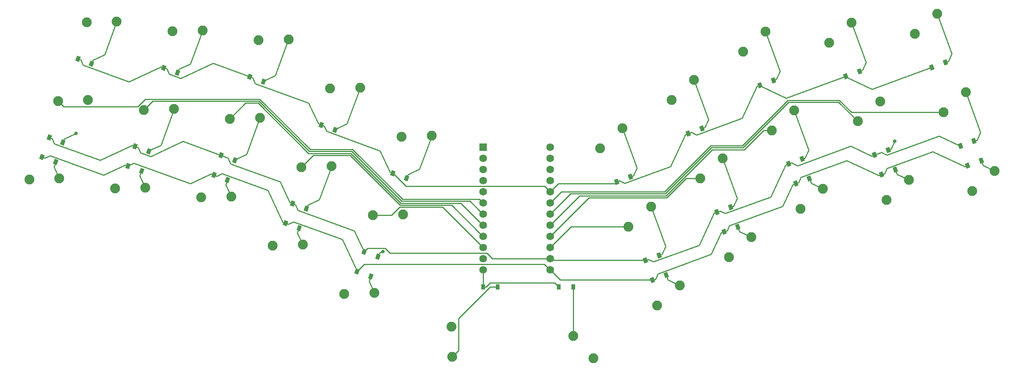
<source format=gbr>
G04 #@! TF.GenerationSoftware,KiCad,Pcbnew,(5.1.4)-1*
G04 #@! TF.CreationDate,2021-01-09T12:31:01-07:00*
G04 #@! TF.ProjectId,CS30 Ergo 3,43533330-2045-4726-976f-20332e6b6963,rev?*
G04 #@! TF.SameCoordinates,Original*
G04 #@! TF.FileFunction,Copper,L2,Bot*
G04 #@! TF.FilePolarity,Positive*
%FSLAX46Y46*%
G04 Gerber Fmt 4.6, Leading zero omitted, Abs format (unit mm)*
G04 Created by KiCad (PCBNEW (5.1.4)-1) date 2021-01-09 12:31:01*
%MOMM*%
%LPD*%
G04 APERTURE LIST*
%ADD10R,0.900000X1.200000*%
%ADD11C,0.900000*%
%ADD12C,0.150000*%
%ADD13C,2.250000*%
%ADD14R,1.752600X1.752600*%
%ADD15C,1.752600*%
%ADD16C,0.800000*%
%ADD17C,0.250000*%
G04 APERTURE END LIST*
D10*
X152460000Y-103590000D03*
X155760000Y-103590000D03*
X138550000Y-103584810D03*
X135250000Y-103584810D03*
D11*
X245388273Y-75938624D03*
D12*
G36*
X245170623Y-76656349D02*
G01*
X244760199Y-75528717D01*
X245605923Y-75220899D01*
X246016347Y-76348531D01*
X245170623Y-76656349D01*
X245170623Y-76656349D01*
G37*
D11*
X248489259Y-74809958D03*
D12*
G36*
X248271609Y-75527683D02*
G01*
X247861185Y-74400051D01*
X248706909Y-74092233D01*
X249117333Y-75219865D01*
X248271609Y-75527683D01*
X248271609Y-75527683D01*
G37*
D11*
X225858175Y-77978830D03*
D12*
G36*
X225640525Y-78696555D02*
G01*
X225230101Y-77568923D01*
X226075825Y-77261105D01*
X226486249Y-78388737D01*
X225640525Y-78696555D01*
X225640525Y-78696555D01*
G37*
D11*
X228959161Y-76850164D03*
D12*
G36*
X228741511Y-77567889D02*
G01*
X228331087Y-76440257D01*
X229176811Y-76132439D01*
X229587235Y-77260071D01*
X228741511Y-77567889D01*
X228741511Y-77567889D01*
G37*
D11*
X206328078Y-80019036D03*
D12*
G36*
X206110428Y-80736761D02*
G01*
X205700004Y-79609129D01*
X206545728Y-79301311D01*
X206956152Y-80428943D01*
X206110428Y-80736761D01*
X206110428Y-80736761D01*
G37*
D11*
X209429064Y-78890370D03*
D12*
G36*
X209211414Y-79608095D02*
G01*
X208800990Y-78480463D01*
X209646714Y-78172645D01*
X210057138Y-79300277D01*
X209211414Y-79608095D01*
X209211414Y-79608095D01*
G37*
D11*
X190055736Y-91009852D03*
D12*
G36*
X189838086Y-91727577D02*
G01*
X189427662Y-90599945D01*
X190273386Y-90292127D01*
X190683810Y-91419759D01*
X189838086Y-91727577D01*
X189838086Y-91727577D01*
G37*
D11*
X193156722Y-89881186D03*
D12*
G36*
X192939072Y-90598911D02*
G01*
X192528648Y-89471279D01*
X193374372Y-89163461D01*
X193784796Y-90291093D01*
X192939072Y-90598911D01*
X192939072Y-90598911D01*
G37*
D11*
X173783394Y-102000668D03*
D12*
G36*
X173565744Y-102718393D02*
G01*
X173155320Y-101590761D01*
X174001044Y-101282943D01*
X174411468Y-102410575D01*
X173565744Y-102718393D01*
X173565744Y-102718393D01*
G37*
D11*
X176884380Y-100872002D03*
D12*
G36*
X176666730Y-101589727D02*
G01*
X176256306Y-100462095D01*
X177102030Y-100154277D01*
X177512454Y-101281909D01*
X176666730Y-101589727D01*
X176666730Y-101589727D01*
G37*
D11*
X109730154Y-101186230D03*
D12*
G36*
X109102080Y-101596137D02*
G01*
X109512504Y-100468505D01*
X110358228Y-100776323D01*
X109947804Y-101903955D01*
X109102080Y-101596137D01*
X109102080Y-101596137D01*
G37*
D11*
X106629168Y-100057564D03*
D12*
G36*
X106001094Y-100467471D02*
G01*
X106411518Y-99339839D01*
X107257242Y-99647657D01*
X106846818Y-100775289D01*
X106001094Y-100467471D01*
X106001094Y-100467471D01*
G37*
D11*
X93457811Y-90195413D03*
D12*
G36*
X92829737Y-90605320D02*
G01*
X93240161Y-89477688D01*
X94085885Y-89785506D01*
X93675461Y-90913138D01*
X92829737Y-90605320D01*
X92829737Y-90605320D01*
G37*
D11*
X90356825Y-89066747D03*
D12*
G36*
X89728751Y-89476654D02*
G01*
X90139175Y-88349022D01*
X90984899Y-88656840D01*
X90574475Y-89784472D01*
X89728751Y-89476654D01*
X89728751Y-89476654D01*
G37*
D11*
X77185469Y-79204597D03*
D12*
G36*
X76557395Y-79614504D02*
G01*
X76967819Y-78486872D01*
X77813543Y-78794690D01*
X77403119Y-79922322D01*
X76557395Y-79614504D01*
X76557395Y-79614504D01*
G37*
D11*
X74084483Y-78075931D03*
D12*
G36*
X73456409Y-78485838D02*
G01*
X73866833Y-77358206D01*
X74712557Y-77666024D01*
X74302133Y-78793656D01*
X73456409Y-78485838D01*
X73456409Y-78485838D01*
G37*
D11*
X57655372Y-77164391D03*
D12*
G36*
X57027298Y-77574298D02*
G01*
X57437722Y-76446666D01*
X58283446Y-76754484D01*
X57873022Y-77882116D01*
X57027298Y-77574298D01*
X57027298Y-77574298D01*
G37*
D11*
X54554386Y-76035725D03*
D12*
G36*
X53926312Y-76445632D02*
G01*
X54336736Y-75318000D01*
X55182460Y-75625818D01*
X54772036Y-76753450D01*
X53926312Y-76445632D01*
X53926312Y-76445632D01*
G37*
D11*
X38125275Y-75124185D03*
D12*
G36*
X37497201Y-75534092D02*
G01*
X37907625Y-74406460D01*
X38753349Y-74714278D01*
X38342925Y-75841910D01*
X37497201Y-75534092D01*
X37497201Y-75534092D01*
G37*
D11*
X35024289Y-73995519D03*
D12*
G36*
X34396215Y-74405426D02*
G01*
X34806639Y-73277794D01*
X35652363Y-73585612D01*
X35241939Y-74713244D01*
X34396215Y-74405426D01*
X34396215Y-74405426D01*
G37*
D11*
X243759395Y-71463318D03*
D12*
G36*
X243541745Y-72181043D02*
G01*
X243131321Y-71053411D01*
X243977045Y-70745593D01*
X244387469Y-71873225D01*
X243541745Y-72181043D01*
X243541745Y-72181043D01*
G37*
D11*
X246860381Y-70334652D03*
D12*
G36*
X246642731Y-71052377D02*
G01*
X246232307Y-69924745D01*
X247078031Y-69616927D01*
X247488455Y-70744559D01*
X246642731Y-71052377D01*
X246642731Y-71052377D01*
G37*
D11*
X224229298Y-73503525D03*
D12*
G36*
X224011648Y-74221250D02*
G01*
X223601224Y-73093618D01*
X224446948Y-72785800D01*
X224857372Y-73913432D01*
X224011648Y-74221250D01*
X224011648Y-74221250D01*
G37*
D11*
X227330284Y-72374859D03*
D12*
G36*
X227112634Y-73092584D02*
G01*
X226702210Y-71964952D01*
X227547934Y-71657134D01*
X227958358Y-72784766D01*
X227112634Y-73092584D01*
X227112634Y-73092584D01*
G37*
D11*
X204699200Y-75543731D03*
D12*
G36*
X204481550Y-76261456D02*
G01*
X204071126Y-75133824D01*
X204916850Y-74826006D01*
X205327274Y-75953638D01*
X204481550Y-76261456D01*
X204481550Y-76261456D01*
G37*
D11*
X207800186Y-74415065D03*
D12*
G36*
X207582536Y-75132790D02*
G01*
X207172112Y-74005158D01*
X208017836Y-73697340D01*
X208428260Y-74824972D01*
X207582536Y-75132790D01*
X207582536Y-75132790D01*
G37*
D11*
X188426859Y-86534547D03*
D12*
G36*
X188209209Y-87252272D02*
G01*
X187798785Y-86124640D01*
X188644509Y-85816822D01*
X189054933Y-86944454D01*
X188209209Y-87252272D01*
X188209209Y-87252272D01*
G37*
D11*
X191527845Y-85405881D03*
D12*
G36*
X191310195Y-86123606D02*
G01*
X190899771Y-84995974D01*
X191745495Y-84688156D01*
X192155919Y-85815788D01*
X191310195Y-86123606D01*
X191310195Y-86123606D01*
G37*
D11*
X172154517Y-97525363D03*
D12*
G36*
X171936867Y-98243088D02*
G01*
X171526443Y-97115456D01*
X172372167Y-96807638D01*
X172782591Y-97935270D01*
X171936867Y-98243088D01*
X171936867Y-98243088D01*
G37*
D11*
X175255503Y-96396697D03*
D12*
G36*
X175037853Y-97114422D02*
G01*
X174627429Y-95986790D01*
X175473153Y-95678972D01*
X175883577Y-96806604D01*
X175037853Y-97114422D01*
X175037853Y-97114422D01*
G37*
D11*
X111359031Y-96710924D03*
D12*
G36*
X110730957Y-97120831D02*
G01*
X111141381Y-95993199D01*
X111987105Y-96301017D01*
X111576681Y-97428649D01*
X110730957Y-97120831D01*
X110730957Y-97120831D01*
G37*
D11*
X108258045Y-95582258D03*
D12*
G36*
X107629971Y-95992165D02*
G01*
X108040395Y-94864533D01*
X108886119Y-95172351D01*
X108475695Y-96299983D01*
X107629971Y-95992165D01*
X107629971Y-95992165D01*
G37*
D11*
X95086689Y-85720108D03*
D12*
G36*
X94458615Y-86130015D02*
G01*
X94869039Y-85002383D01*
X95714763Y-85310201D01*
X95304339Y-86437833D01*
X94458615Y-86130015D01*
X94458615Y-86130015D01*
G37*
D11*
X91985703Y-84591442D03*
D12*
G36*
X91357629Y-85001349D02*
G01*
X91768053Y-83873717D01*
X92613777Y-84181535D01*
X92203353Y-85309167D01*
X91357629Y-85001349D01*
X91357629Y-85001349D01*
G37*
D11*
X78814347Y-74729292D03*
D12*
G36*
X78186273Y-75139199D02*
G01*
X78596697Y-74011567D01*
X79442421Y-74319385D01*
X79031997Y-75447017D01*
X78186273Y-75139199D01*
X78186273Y-75139199D01*
G37*
D11*
X75713361Y-73600626D03*
D12*
G36*
X75085287Y-74010533D02*
G01*
X75495711Y-72882901D01*
X76341435Y-73190719D01*
X75931011Y-74318351D01*
X75085287Y-74010533D01*
X75085287Y-74010533D01*
G37*
D11*
X59284250Y-72689086D03*
D12*
G36*
X58656176Y-73098993D02*
G01*
X59066600Y-71971361D01*
X59912324Y-72279179D01*
X59501900Y-73406811D01*
X58656176Y-73098993D01*
X58656176Y-73098993D01*
G37*
D11*
X56183264Y-71560420D03*
D12*
G36*
X55555190Y-71970327D02*
G01*
X55965614Y-70842695D01*
X56811338Y-71150513D01*
X56400914Y-72278145D01*
X55555190Y-71970327D01*
X55555190Y-71970327D01*
G37*
D11*
X39754152Y-70648881D03*
D12*
G36*
X39126078Y-71058788D02*
G01*
X39536502Y-69931156D01*
X40382226Y-70238974D01*
X39971802Y-71366606D01*
X39126078Y-71058788D01*
X39126078Y-71058788D01*
G37*
D11*
X36653166Y-69520215D03*
D12*
G36*
X36025092Y-69930122D02*
G01*
X36435516Y-68802490D01*
X37281240Y-69110308D01*
X36870816Y-70237940D01*
X36025092Y-69930122D01*
X36025092Y-69930122D01*
G37*
D11*
X237243884Y-53562099D03*
D12*
G36*
X237026234Y-54279824D02*
G01*
X236615810Y-53152192D01*
X237461534Y-52844374D01*
X237871958Y-53972006D01*
X237026234Y-54279824D01*
X237026234Y-54279824D01*
G37*
D11*
X240344870Y-52433433D03*
D12*
G36*
X240127220Y-53151158D02*
G01*
X239716796Y-52023526D01*
X240562520Y-51715708D01*
X240972944Y-52843340D01*
X240127220Y-53151158D01*
X240127220Y-53151158D01*
G37*
D11*
X217713787Y-55602305D03*
D12*
G36*
X217496137Y-56320030D02*
G01*
X217085713Y-55192398D01*
X217931437Y-54884580D01*
X218341861Y-56012212D01*
X217496137Y-56320030D01*
X217496137Y-56320030D01*
G37*
D11*
X220814773Y-54473639D03*
D12*
G36*
X220597123Y-55191364D02*
G01*
X220186699Y-54063732D01*
X221032423Y-53755914D01*
X221442847Y-54883546D01*
X220597123Y-55191364D01*
X220597123Y-55191364D01*
G37*
D11*
X198183689Y-57642511D03*
D12*
G36*
X197966039Y-58360236D02*
G01*
X197555615Y-57232604D01*
X198401339Y-56924786D01*
X198811763Y-58052418D01*
X197966039Y-58360236D01*
X197966039Y-58360236D01*
G37*
D11*
X201284675Y-56513845D03*
D12*
G36*
X201067025Y-57231570D02*
G01*
X200656601Y-56103938D01*
X201502325Y-55796120D01*
X201912749Y-56923752D01*
X201067025Y-57231570D01*
X201067025Y-57231570D01*
G37*
D11*
X181911347Y-68633326D03*
D12*
G36*
X181693697Y-69351051D02*
G01*
X181283273Y-68223419D01*
X182128997Y-67915601D01*
X182539421Y-69043233D01*
X181693697Y-69351051D01*
X181693697Y-69351051D01*
G37*
D11*
X185012333Y-67504660D03*
D12*
G36*
X184794683Y-68222385D02*
G01*
X184384259Y-67094753D01*
X185229983Y-66786935D01*
X185640407Y-67914567D01*
X184794683Y-68222385D01*
X184794683Y-68222385D01*
G37*
D11*
X165639007Y-79624143D03*
D12*
G36*
X165421357Y-80341868D02*
G01*
X165010933Y-79214236D01*
X165856657Y-78906418D01*
X166267081Y-80034050D01*
X165421357Y-80341868D01*
X165421357Y-80341868D01*
G37*
D11*
X168739993Y-78495477D03*
D12*
G36*
X168522343Y-79213202D02*
G01*
X168111919Y-78085570D01*
X168957643Y-77777752D01*
X169368067Y-78905384D01*
X168522343Y-79213202D01*
X168522343Y-79213202D01*
G37*
D11*
X117874542Y-78809705D03*
D12*
G36*
X117246468Y-79219612D02*
G01*
X117656892Y-78091980D01*
X118502616Y-78399798D01*
X118092192Y-79527430D01*
X117246468Y-79219612D01*
X117246468Y-79219612D01*
G37*
D11*
X114773556Y-77681039D03*
D12*
G36*
X114145482Y-78090946D02*
G01*
X114555906Y-76963314D01*
X115401630Y-77271132D01*
X114991206Y-78398764D01*
X114145482Y-78090946D01*
X114145482Y-78090946D01*
G37*
D11*
X101602199Y-67818889D03*
D12*
G36*
X100974125Y-68228796D02*
G01*
X101384549Y-67101164D01*
X102230273Y-67408982D01*
X101819849Y-68536614D01*
X100974125Y-68228796D01*
X100974125Y-68228796D01*
G37*
D11*
X98501213Y-66690223D03*
D12*
G36*
X97873139Y-67100130D02*
G01*
X98283563Y-65972498D01*
X99129287Y-66280316D01*
X98718863Y-67407948D01*
X97873139Y-67100130D01*
X97873139Y-67100130D01*
G37*
D11*
X85329858Y-56828073D03*
D12*
G36*
X84701784Y-57237980D02*
G01*
X85112208Y-56110348D01*
X85957932Y-56418166D01*
X85547508Y-57545798D01*
X84701784Y-57237980D01*
X84701784Y-57237980D01*
G37*
D11*
X82228872Y-55699407D03*
D12*
G36*
X81600798Y-56109314D02*
G01*
X82011222Y-54981682D01*
X82856946Y-55289500D01*
X82446522Y-56417132D01*
X81600798Y-56109314D01*
X81600798Y-56109314D01*
G37*
D11*
X65799761Y-54787866D03*
D12*
G36*
X65171687Y-55197773D02*
G01*
X65582111Y-54070141D01*
X66427835Y-54377959D01*
X66017411Y-55505591D01*
X65171687Y-55197773D01*
X65171687Y-55197773D01*
G37*
D11*
X62698775Y-53659200D03*
D12*
G36*
X62070701Y-54069107D02*
G01*
X62481125Y-52941475D01*
X63326849Y-53249293D01*
X62916425Y-54376925D01*
X62070701Y-54069107D01*
X62070701Y-54069107D01*
G37*
D11*
X46269664Y-52747660D03*
D12*
G36*
X45641590Y-53157567D02*
G01*
X46052014Y-52029935D01*
X46897738Y-52337753D01*
X46487314Y-53465385D01*
X45641590Y-53157567D01*
X45641590Y-53157567D01*
G37*
D11*
X43168678Y-51618994D03*
D12*
G36*
X42540604Y-52028901D02*
G01*
X42951028Y-50901269D01*
X43796752Y-51209087D01*
X43386328Y-52336719D01*
X42540604Y-52028901D01*
X42540604Y-52028901D01*
G37*
D13*
X128039086Y-112664912D03*
X128254077Y-119500692D03*
X179952607Y-103218529D03*
X174854290Y-107777176D03*
X155759660Y-114727053D03*
X160318307Y-119825370D03*
X246459168Y-81715132D03*
X251557485Y-77156485D03*
X207398973Y-85795544D03*
X212497290Y-81236897D03*
X191126632Y-96786360D03*
X196224949Y-92227713D03*
X226929071Y-83755338D03*
X232027388Y-79196691D03*
X220413560Y-65854118D03*
X225511877Y-61295471D03*
X239943657Y-63813912D03*
X245041974Y-59255265D03*
X178095609Y-60983921D03*
X183193926Y-56425274D03*
X184611121Y-78885140D03*
X189709438Y-74326493D03*
X168338779Y-89875956D03*
X173437096Y-85317309D03*
X200883462Y-67894323D03*
X205981779Y-63335676D03*
X233428148Y-45912692D03*
X238526465Y-41354045D03*
X194367952Y-49993106D03*
X199466269Y-45434459D03*
X213898049Y-47952899D03*
X218996366Y-43394252D03*
X161823268Y-71974737D03*
X166921585Y-67416090D03*
X110251965Y-87269765D03*
X117087745Y-87054774D03*
D14*
X135255600Y-71755360D03*
D15*
X135255600Y-74295360D03*
X135255600Y-76835360D03*
X135255600Y-79375360D03*
X135255600Y-81915360D03*
X135255600Y-84455360D03*
X135255600Y-86995360D03*
X135255600Y-89535360D03*
X135255600Y-92075360D03*
X135255600Y-94615360D03*
X135255600Y-97155360D03*
X150495600Y-99695360D03*
X150495600Y-97155360D03*
X150495600Y-94615360D03*
X150495600Y-92075360D03*
X150495600Y-89535360D03*
X150495600Y-86995360D03*
X150495600Y-84455360D03*
X150495600Y-81915360D03*
X150495600Y-79375360D03*
X150495600Y-76835360D03*
X150495600Y-74295360D03*
X135255600Y-99695360D03*
X150495600Y-71755360D03*
D13*
X103736452Y-105170983D03*
X110572232Y-104955992D03*
X87464112Y-94180168D03*
X94299892Y-93965177D03*
X71191769Y-83189350D03*
X78027549Y-82974359D03*
X51661671Y-81149145D03*
X58497451Y-80934154D03*
X32131574Y-79108939D03*
X38967354Y-78893948D03*
X93979621Y-76278947D03*
X100815401Y-76063956D03*
X77707280Y-65288130D03*
X84543060Y-65073139D03*
X58177182Y-63247925D03*
X65012962Y-63032934D03*
X38647085Y-61207720D03*
X45482865Y-60992729D03*
X116767474Y-69368544D03*
X123603254Y-69153553D03*
X100495133Y-58377728D03*
X107330913Y-58162737D03*
X84222790Y-47386913D03*
X91058570Y-47171922D03*
X64692693Y-45346706D03*
X71528473Y-45131715D03*
X45162594Y-43306499D03*
X51998374Y-43091508D03*
D16*
X42711639Y-68606607D03*
X112510712Y-95510712D03*
X228813233Y-70365873D03*
D17*
X62040990Y-53419786D02*
X62698776Y-53659200D01*
X54751221Y-56819061D02*
X62040990Y-53419786D01*
X44379310Y-53043994D02*
X54751221Y-56819061D01*
X43826463Y-51858408D02*
X44379310Y-53043994D01*
X43168678Y-51618994D02*
X43826463Y-51858408D01*
X97843429Y-66450808D02*
X98501214Y-66690222D01*
X95600084Y-61639938D02*
X97843429Y-66450808D01*
X83489739Y-57232133D02*
X95600084Y-61639938D01*
X82228872Y-55699406D02*
X82886657Y-55938820D01*
X82886657Y-55938820D02*
X83489739Y-57232133D01*
X73853242Y-52650926D02*
X82228872Y-55699406D01*
X66563474Y-56050201D02*
X73853242Y-52650926D01*
X63909408Y-55084199D02*
X66563474Y-56050201D01*
X62698776Y-53659200D02*
X63356560Y-53898614D01*
X63356560Y-53898614D02*
X63909408Y-55084199D01*
X114115771Y-77441624D02*
X114773556Y-77681039D01*
X111835058Y-72550621D02*
X114115771Y-77441624D01*
X99724714Y-68142816D02*
X111835058Y-72550621D01*
X98501214Y-66690222D02*
X99158999Y-66929635D01*
X99158999Y-66929635D02*
X99724714Y-68142816D01*
X217765090Y-55743259D02*
X217713787Y-55602305D01*
X223677016Y-58500037D02*
X217765090Y-55743259D01*
X237243884Y-53562099D02*
X223677016Y-58500037D01*
X198234992Y-57783466D02*
X198183688Y-57642512D01*
X204146918Y-60540242D02*
X198234992Y-57783466D01*
X217713787Y-55602305D02*
X204146918Y-60540242D01*
X182569131Y-68393914D02*
X181911348Y-68633328D01*
X183754718Y-68946761D02*
X182569131Y-68393914D01*
X194126630Y-65171694D02*
X183754718Y-68946761D01*
X197525905Y-57881926D02*
X194126630Y-65171694D01*
X198183688Y-57642512D02*
X197525905Y-57881926D01*
X166296791Y-79384730D02*
X165639006Y-79624144D01*
X167482376Y-79937577D02*
X166296791Y-79384730D01*
X177854288Y-76162510D02*
X167482376Y-79937577D01*
X181253563Y-68872742D02*
X177854288Y-76162510D01*
X181911348Y-68633328D02*
X181253563Y-68872742D01*
X152365015Y-80045945D02*
X150495600Y-81915360D01*
X165639007Y-79624143D02*
X165217205Y-80045945D01*
X165217205Y-80045945D02*
X152365015Y-80045945D01*
X115195358Y-78102841D02*
X114773556Y-77681039D01*
X117742517Y-80650000D02*
X115195358Y-78102841D01*
X150495600Y-81915360D02*
X149230240Y-80650000D01*
X149230240Y-80650000D02*
X117742517Y-80650000D01*
X51454223Y-44586549D02*
X51998375Y-43091507D01*
X49227148Y-50705388D02*
X51454223Y-44586549D01*
X46560381Y-51948922D02*
X49227148Y-50705388D01*
X46269663Y-52747660D02*
X46560381Y-51948922D01*
X70984322Y-46626756D02*
X71528474Y-45131714D01*
X68757248Y-52745593D02*
X70984322Y-46626756D01*
X66090478Y-53989128D02*
X68757248Y-52745593D01*
X65799761Y-54787867D02*
X66090478Y-53989128D01*
X90514419Y-48666963D02*
X91058570Y-47171921D01*
X88047931Y-55443584D02*
X90514419Y-48666963D01*
X85381161Y-56687119D02*
X88047931Y-55443584D01*
X85329858Y-56828073D02*
X85381161Y-56687119D01*
X106786762Y-59657778D02*
X107330912Y-58162736D01*
X104320273Y-66434400D02*
X106786762Y-59657778D01*
X101653503Y-67677935D02*
X104320273Y-66434400D01*
X101602200Y-67818889D02*
X101653503Y-67677935D01*
X123059103Y-70648594D02*
X123603254Y-69153552D01*
X120832029Y-76767431D02*
X123059103Y-70648594D01*
X118165259Y-78010966D02*
X120832029Y-76767431D01*
X117874542Y-78809705D02*
X118165259Y-78010966D01*
X169397776Y-78256063D02*
X168739991Y-78495477D01*
X170222941Y-76486492D02*
X169397776Y-78256063D01*
X166921585Y-67416090D02*
X170222941Y-76486492D01*
X185670118Y-67265247D02*
X185012333Y-67504661D01*
X186495283Y-65495676D02*
X185670118Y-67265247D01*
X183193926Y-56425274D02*
X186495283Y-65495676D01*
X201942460Y-56274431D02*
X201284675Y-56513845D01*
X202767624Y-54504860D02*
X201942460Y-56274431D01*
X199466269Y-45434459D02*
X202767624Y-54504860D01*
X221472557Y-54234225D02*
X220814772Y-54473639D01*
X222297722Y-52464654D02*
X221472557Y-54234225D01*
X218996366Y-43394252D02*
X222297722Y-52464654D01*
X241002655Y-52194019D02*
X240344870Y-52433433D01*
X241827820Y-50424445D02*
X241002655Y-52194019D01*
X238526465Y-41354045D02*
X241827820Y-50424445D01*
X55525479Y-71321006D02*
X56183264Y-71560420D01*
X48235710Y-74720281D02*
X55525479Y-71321006D01*
X37863799Y-70945214D02*
X48235710Y-74720281D01*
X37310951Y-69759629D02*
X37863799Y-70945214D01*
X36653166Y-69520213D02*
X37310951Y-69759629D01*
X67008763Y-70432411D02*
X75713361Y-73600626D01*
X59718995Y-73831686D02*
X67008763Y-70432411D01*
X57393896Y-72985419D02*
X59718995Y-73831686D01*
X56183264Y-71560420D02*
X56841049Y-71799834D01*
X56841049Y-71799834D02*
X57393896Y-72985419D01*
X106007169Y-90755238D02*
X108258045Y-95582258D01*
X93239040Y-86108019D02*
X106007169Y-90755238D01*
X91985703Y-84591441D02*
X92643488Y-84830856D01*
X92643488Y-84830856D02*
X93239040Y-86108019D01*
X91327917Y-84352028D02*
X91985703Y-84591441D01*
X89114408Y-79605140D02*
X91327917Y-84352028D01*
X77910865Y-75527384D02*
X89114408Y-79605140D01*
X75713361Y-73600626D02*
X77277948Y-74170088D01*
X77277948Y-74170088D02*
X77910865Y-75527384D01*
X189084644Y-86295133D02*
X188426859Y-86534547D01*
X190270229Y-86847981D02*
X189084644Y-86295133D01*
X200642141Y-83072914D02*
X190270229Y-86847981D01*
X204041416Y-75783145D02*
X200642141Y-83072914D01*
X204699201Y-75543731D02*
X204041416Y-75783145D01*
X172812302Y-97285949D02*
X172154517Y-97525363D01*
X173997887Y-97838797D02*
X172812302Y-97285949D01*
X184369799Y-94063730D02*
X173997887Y-97838797D01*
X187769074Y-86773961D02*
X184369799Y-94063730D01*
X188426859Y-86534547D02*
X187769074Y-86773961D01*
X224887083Y-73264111D02*
X224229298Y-73503525D01*
X225793884Y-72934062D02*
X224887083Y-73264111D01*
X227071047Y-73529613D02*
X225793884Y-72934062D01*
X243759395Y-71463318D02*
X238932376Y-69212442D01*
X238932376Y-69212442D02*
X227071047Y-73529613D01*
X205356985Y-75304317D02*
X204699201Y-75543731D01*
X206714281Y-75937234D02*
X205356985Y-75304317D01*
X218824626Y-71529429D02*
X206714281Y-75937234D01*
X224229298Y-73503525D02*
X223571513Y-73742939D01*
X223571513Y-73742939D02*
X218824626Y-71529429D01*
X150865603Y-97525363D02*
X150495600Y-97155360D01*
X172154517Y-97525363D02*
X150865603Y-97525363D01*
X137355360Y-97155360D02*
X150495600Y-97155360D01*
X108258045Y-95541955D02*
X109014289Y-94785711D01*
X109014289Y-94785711D02*
X112985711Y-94785711D01*
X112985711Y-94785711D02*
X114100000Y-95900000D01*
X114100000Y-95900000D02*
X136100000Y-95900000D01*
X108258045Y-95582258D02*
X108258045Y-95541955D01*
X136100000Y-95900000D02*
X137355360Y-97155360D01*
X40044869Y-69850142D02*
X42711639Y-68606607D01*
X39754151Y-70648881D02*
X40044869Y-69850142D01*
X42711639Y-68606607D02*
X42711639Y-68606607D01*
X59335553Y-72548132D02*
X62002322Y-71304597D01*
X59284250Y-72689086D02*
X59335553Y-72548132D01*
X62002322Y-71304597D02*
X64468811Y-64527975D01*
X64468811Y-64527975D02*
X65012962Y-63032934D01*
X78865650Y-74588338D02*
X81532420Y-73344803D01*
X78814347Y-74729292D02*
X78865650Y-74588338D01*
X81532420Y-73344803D02*
X83998909Y-66568183D01*
X83998909Y-66568183D02*
X84543059Y-65073140D01*
X100271250Y-77558998D02*
X100815401Y-76063956D01*
X98044177Y-83677834D02*
X100271250Y-77558998D01*
X95377406Y-84921370D02*
X98044177Y-83677834D01*
X95086689Y-85720108D02*
X95377406Y-84921370D01*
X111649748Y-95912187D02*
X112510712Y-95510712D01*
X111359031Y-96710924D02*
X111649748Y-95912187D01*
X175913287Y-96157283D02*
X175255503Y-96396697D01*
X176738452Y-94387712D02*
X175913287Y-96157283D01*
X173437096Y-85317310D02*
X176738452Y-94387712D01*
X192185629Y-85166467D02*
X191527844Y-85405881D01*
X193010794Y-83396897D02*
X192185629Y-85166467D01*
X189709437Y-74326494D02*
X193010794Y-83396897D01*
X208457971Y-74175651D02*
X207800186Y-74415065D01*
X209283136Y-72406081D02*
X208457971Y-74175651D01*
X205981779Y-63335678D02*
X209283136Y-72406081D01*
X227988068Y-72135444D02*
X227330284Y-72374860D01*
X228813233Y-70365873D02*
X228813233Y-70365873D01*
X228813233Y-70365873D02*
X227988068Y-72135444D01*
X247518165Y-70095237D02*
X246860382Y-70334651D01*
X248343330Y-68325666D02*
X247518165Y-70095237D01*
X245041974Y-59255265D02*
X248343330Y-68325666D01*
X53896600Y-75796310D02*
X54554386Y-76035725D01*
X48982604Y-78087745D02*
X53896600Y-75796310D01*
X36872259Y-73679940D02*
X48982604Y-78087745D01*
X35024289Y-73995518D02*
X35682074Y-74234933D01*
X35682074Y-74234933D02*
X36872259Y-73679940D01*
X73426699Y-77836517D02*
X74084483Y-78075930D01*
X68688912Y-80045783D02*
X73426699Y-77836517D01*
X55884886Y-75385499D02*
X68688912Y-80045783D01*
X54554386Y-76035725D02*
X54567450Y-75999828D01*
X54567450Y-75999828D02*
X55884886Y-75385499D01*
X89699041Y-88827334D02*
X90356825Y-89066745D01*
X86299766Y-81537564D02*
X89699041Y-88827334D01*
X75927854Y-77762497D02*
X86299766Y-81537564D01*
X74742268Y-78315345D02*
X75927854Y-77762497D01*
X74084483Y-78075930D02*
X74742268Y-78315345D01*
X106631295Y-100051719D02*
X106629168Y-100057563D01*
X103235737Y-92769922D02*
X106631295Y-100051719D01*
X92200196Y-88753313D02*
X103235737Y-92769922D01*
X90356825Y-89066745D02*
X91014610Y-89306161D01*
X91014610Y-89306161D02*
X92200196Y-88753313D01*
X226515960Y-77739416D02*
X225858176Y-77978830D01*
X227068808Y-76553830D02*
X226515960Y-77739416D01*
X237440720Y-72778763D02*
X227068808Y-76553830D01*
X244730488Y-76178038D02*
X237440720Y-72778763D01*
X245388273Y-75938624D02*
X244730488Y-76178038D01*
X206985863Y-79779622D02*
X206328078Y-80019036D01*
X207538711Y-78594036D02*
X206985863Y-79779622D01*
X217910624Y-74818969D02*
X207538711Y-78594036D01*
X225200391Y-78218244D02*
X217910624Y-74818969D01*
X225858176Y-77978830D02*
X225200391Y-78218244D01*
X190713521Y-90770438D02*
X190055736Y-91009852D01*
X191266369Y-89584852D02*
X190713521Y-90770438D01*
X203376714Y-85177047D02*
X191266369Y-89584852D01*
X205670293Y-80258450D02*
X203376714Y-85177047D01*
X206328078Y-80019036D02*
X205670293Y-80258450D01*
X174441179Y-101761254D02*
X173783395Y-102000668D01*
X174994027Y-100575668D02*
X174441179Y-101761254D01*
X187104372Y-96167863D02*
X174994027Y-100575668D01*
X189397952Y-91249266D02*
X187104372Y-96167863D01*
X190055736Y-91009852D02*
X189397952Y-91249266D01*
X152800908Y-102000668D02*
X150495600Y-99695360D01*
X173783394Y-102000668D02*
X152800908Y-102000668D01*
X149200240Y-98400000D02*
X149619301Y-98819061D01*
X149619301Y-98819061D02*
X150495600Y-99695360D01*
X108286732Y-98400000D02*
X149200240Y-98400000D01*
X106629168Y-100057564D02*
X108286732Y-98400000D01*
X37723818Y-76227177D02*
X38967353Y-78893947D01*
X38125275Y-75124185D02*
X37723818Y-76227177D01*
X57253915Y-78267383D02*
X58497451Y-80934153D01*
X57655372Y-77164391D02*
X57253915Y-78267383D01*
X76784013Y-80307589D02*
X78027548Y-82974359D01*
X77185469Y-79204597D02*
X76784013Y-80307589D01*
X93056355Y-91298404D02*
X94299892Y-93965176D01*
X93457811Y-90195413D02*
X93056355Y-91298404D01*
X109328697Y-102289223D02*
X110572232Y-104955992D01*
X109730154Y-101186230D02*
X109328697Y-102289223D01*
X177285837Y-101974994D02*
X176884380Y-100872002D01*
X179952607Y-103218529D02*
X177285837Y-101974994D01*
X193558179Y-90984178D02*
X193156722Y-89881186D01*
X196224949Y-92227713D02*
X193558179Y-90984178D01*
X209830520Y-79993362D02*
X209429064Y-78890370D01*
X212497290Y-81236897D02*
X209830520Y-79993362D01*
X229360618Y-77953156D02*
X228959161Y-76850163D01*
X232027388Y-79196691D02*
X229360618Y-77953156D01*
X248890715Y-75912950D02*
X248489259Y-74809957D01*
X251557485Y-77156485D02*
X248890715Y-75912950D01*
X129660000Y-118094769D02*
X128254077Y-119500692D01*
X129660000Y-110800000D02*
X129660000Y-118094769D01*
X138550000Y-103584810D02*
X136875190Y-103584810D01*
X136875190Y-103584810D02*
X129660000Y-110800000D01*
X116949956Y-83599956D02*
X134400196Y-83599956D01*
X105599967Y-72249967D02*
X116949956Y-83599956D01*
X95949967Y-72249967D02*
X105599967Y-72249967D01*
X84500000Y-60800000D02*
X95949967Y-72249967D01*
X58479105Y-60800000D02*
X84500000Y-60800000D01*
X56779105Y-62500000D02*
X58479105Y-60800000D01*
X39939365Y-62500000D02*
X56779105Y-62500000D01*
X38647085Y-61207720D02*
X39939365Y-62500000D01*
X134400196Y-83599956D02*
X135255600Y-84455360D01*
X134379301Y-86119061D02*
X135255600Y-86995360D01*
X95763567Y-72699978D02*
X105413568Y-72699978D01*
X116763556Y-84049967D02*
X132310207Y-84049967D01*
X105413568Y-72699978D02*
X116763556Y-84049967D01*
X132310207Y-84049967D02*
X134379301Y-86119061D01*
X84313600Y-61250011D02*
X95763567Y-72699978D01*
X60175096Y-61250011D02*
X84313600Y-61250011D01*
X58177182Y-63247925D02*
X60175096Y-61250011D01*
X84127200Y-61700022D02*
X95577167Y-73149989D01*
X95577167Y-73149989D02*
X105227169Y-73149989D01*
X105227169Y-73149989D02*
X116577156Y-84499978D01*
X134379301Y-88659061D02*
X135255600Y-89535360D01*
X116577156Y-84499978D02*
X130220218Y-84499978D01*
X81295388Y-61700022D02*
X84127200Y-61700022D01*
X130220218Y-84499978D02*
X134379301Y-88659061D01*
X77707280Y-65288130D02*
X81295388Y-61700022D01*
X93979621Y-76278947D02*
X96658568Y-73600000D01*
X96658568Y-73600000D02*
X105040770Y-73600000D01*
X116390756Y-84949989D02*
X128130229Y-84949989D01*
X128130229Y-84949989D02*
X134379301Y-91199061D01*
X134379301Y-91199061D02*
X135255600Y-92075360D01*
X105040770Y-73600000D02*
X116390756Y-84949989D01*
X126040240Y-85400000D02*
X135255600Y-94615360D01*
X116300000Y-85400000D02*
X126040240Y-85400000D01*
X110251965Y-87269765D02*
X114430235Y-87269765D01*
X114430235Y-87269765D02*
X116300000Y-85400000D01*
X155235004Y-89875956D02*
X150495600Y-94615360D01*
X168338779Y-89875956D02*
X155235004Y-89875956D01*
X151371899Y-91199061D02*
X150495600Y-92075360D01*
X159320927Y-83250033D02*
X151371899Y-91199061D01*
X177049967Y-83250033D02*
X159320927Y-83250033D01*
X184611121Y-78885140D02*
X181414860Y-78885140D01*
X181414860Y-78885140D02*
X177049967Y-83250033D01*
X151371899Y-88659061D02*
X150495600Y-89535360D01*
X199005677Y-67894323D02*
X194599978Y-72300022D01*
X194599978Y-72300022D02*
X187362977Y-72300022D01*
X187362977Y-72300022D02*
X176862977Y-82800022D01*
X200883462Y-67894323D02*
X199005677Y-67894323D01*
X176862977Y-82800022D02*
X157230938Y-82800022D01*
X157230938Y-82800022D02*
X151371899Y-88659061D01*
X151371899Y-86119061D02*
X150495600Y-86995360D01*
X187176577Y-71850011D02*
X176676577Y-82350011D01*
X155140949Y-82350011D02*
X151371899Y-86119061D01*
X216059442Y-61500000D02*
X204736410Y-61500000D01*
X176676577Y-82350011D02*
X155140949Y-82350011D01*
X194386400Y-71850011D02*
X187176577Y-71850011D01*
X220413560Y-65854118D02*
X216059442Y-61500000D01*
X204736410Y-61500000D02*
X194386400Y-71850011D01*
X216245842Y-61049989D02*
X204550010Y-61049989D01*
X204550010Y-61049989D02*
X194200000Y-71400000D01*
X194200000Y-71400000D02*
X186990177Y-71400000D01*
X186990177Y-71400000D02*
X176490177Y-81900000D01*
X151371899Y-83579061D02*
X150495600Y-84455360D01*
X153050960Y-81900000D02*
X151371899Y-83579061D01*
X219009764Y-63813912D02*
X216245842Y-61049989D01*
X176490177Y-81900000D02*
X153050960Y-81900000D01*
X239943657Y-63813912D02*
X219009764Y-63813912D01*
X135255600Y-103579210D02*
X135250000Y-103584810D01*
X135255600Y-99695360D02*
X135255600Y-103579210D01*
X136875001Y-102659809D02*
X151529809Y-102659809D01*
X135950000Y-103584810D02*
X136875001Y-102659809D01*
X135250000Y-103584810D02*
X135950000Y-103584810D01*
X151529809Y-102659809D02*
X152460000Y-103590000D01*
X155760000Y-114726713D02*
X155759660Y-114727053D01*
X155760000Y-103590000D02*
X155760000Y-114726713D01*
M02*

</source>
